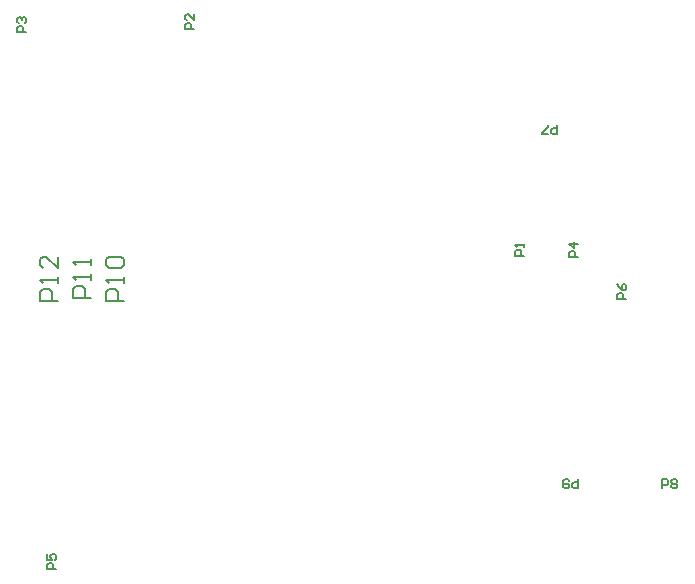
<source format=gbr>
G04*
G04 #@! TF.GenerationSoftware,Altium Limited,Altium Designer,24.1.2 (44)*
G04*
G04 Layer_Color=65535*
%FSLAX25Y25*%
%MOIN*%
G70*
G04*
G04 #@! TF.SameCoordinates,E3FF4B23-F407-445B-9987-FD0FFFC61A21*
G04*
G04*
G04 #@! TF.FilePolarity,Positive*
G04*
G01*
G75*
%ADD60C,0.00591*%
D60*
X250952Y367951D02*
X245048D01*
Y370903D01*
X246032Y371887D01*
X248000D01*
X248984Y370903D01*
Y367951D01*
X250952Y373854D02*
Y375822D01*
Y374838D01*
X245048D01*
X246032Y373854D01*
X250952Y378774D02*
Y380742D01*
Y379758D01*
X245048D01*
X246032Y378774D01*
X239952Y366967D02*
X234048D01*
Y369919D01*
X235032Y370903D01*
X237000D01*
X237984Y369919D01*
Y366967D01*
X239952Y372871D02*
Y374838D01*
Y373854D01*
X234048D01*
X235032Y372871D01*
X239952Y381726D02*
Y377790D01*
X236016Y381726D01*
X235032D01*
X234048Y380742D01*
Y378774D01*
X235032Y377790D01*
X261952Y366967D02*
X256048D01*
Y369919D01*
X257032Y370903D01*
X259000D01*
X259984Y369919D01*
Y366967D01*
X261952Y372871D02*
Y374838D01*
Y373854D01*
X256048D01*
X257032Y372871D01*
Y377790D02*
X256048Y378774D01*
Y380742D01*
X257032Y381726D01*
X260968D01*
X261952Y380742D01*
Y378774D01*
X260968Y377790D01*
X257032D01*
X413499Y381501D02*
X410500D01*
Y383000D01*
X411000Y383500D01*
X412000D01*
X412500Y383000D01*
Y381501D01*
X413499Y385999D02*
X410500D01*
X412000Y384500D01*
Y386499D01*
X406499Y425499D02*
Y422501D01*
X405000D01*
X404500Y423000D01*
Y424000D01*
X405000Y424500D01*
X406499D01*
X403500Y422501D02*
X401501D01*
Y423000D01*
X403500Y425000D01*
Y425499D01*
X441501Y304501D02*
Y307500D01*
X443000D01*
X443500Y307000D01*
Y306000D01*
X443000Y305500D01*
X441501D01*
X444500Y307000D02*
X445000Y307500D01*
X445999D01*
X446499Y307000D01*
Y306500D01*
X445999Y306000D01*
X446499Y305500D01*
Y305000D01*
X445999Y304501D01*
X445000D01*
X444500Y305000D01*
Y305500D01*
X445000Y306000D01*
X444500Y306500D01*
Y307000D01*
X445000Y306000D02*
X445999D01*
X413499Y307500D02*
Y304501D01*
X412000D01*
X411500Y305000D01*
Y306000D01*
X412000Y306500D01*
X413499D01*
X410500Y307000D02*
X410000Y307500D01*
X409001D01*
X408501Y307000D01*
Y305000D01*
X409001Y304501D01*
X410000D01*
X410500Y305000D01*
Y305500D01*
X410000Y306000D01*
X408501D01*
X429499Y367501D02*
X426501D01*
Y369000D01*
X427000Y369500D01*
X428000D01*
X428500Y369000D01*
Y367501D01*
X426501Y372499D02*
X427000Y371499D01*
X428000Y370500D01*
X429000D01*
X429499Y371000D01*
Y371999D01*
X429000Y372499D01*
X428500D01*
X428000Y371999D01*
Y370500D01*
X239499Y277501D02*
X236501D01*
Y279000D01*
X237000Y279500D01*
X238000D01*
X238500Y279000D01*
Y277501D01*
X236501Y282499D02*
Y280500D01*
X238000D01*
X237500Y281500D01*
Y281999D01*
X238000Y282499D01*
X239000D01*
X239499Y281999D01*
Y281000D01*
X239000Y280500D01*
X285500Y457501D02*
X282501D01*
Y459000D01*
X283000Y459500D01*
X284000D01*
X284500Y459000D01*
Y457501D01*
X285500Y462499D02*
Y460500D01*
X283500Y462499D01*
X283000D01*
X282501Y461999D01*
Y461000D01*
X283000Y460500D01*
X395499Y382001D02*
X392500D01*
Y383500D01*
X393000Y384000D01*
X394000D01*
X394500Y383500D01*
Y382001D01*
X395499Y385000D02*
Y385999D01*
Y385500D01*
X392500D01*
X393000Y385000D01*
X229500Y456501D02*
X226501D01*
Y458000D01*
X227000Y458500D01*
X228000D01*
X228500Y458000D01*
Y456501D01*
X227000Y459500D02*
X226501Y460000D01*
Y460999D01*
X227000Y461499D01*
X227500D01*
X228000Y460999D01*
Y460499D01*
Y460999D01*
X228500Y461499D01*
X229000D01*
X229500Y460999D01*
Y460000D01*
X229000Y459500D01*
M02*

</source>
